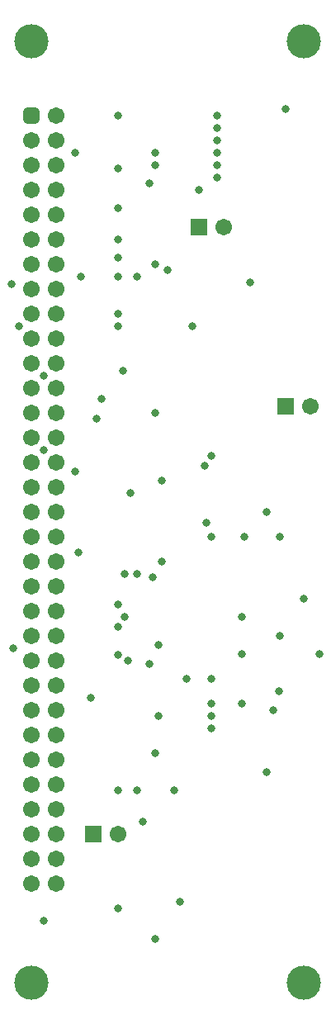
<source format=gbs>
G04*
G04 #@! TF.GenerationSoftware,Altium Limited,Altium Designer,26.1.1 (7)*
G04*
G04 Layer_Color=16711935*
%FSLAX44Y44*%
%MOMM*%
G71*
G04*
G04 #@! TF.SameCoordinates,EB2907C1-7D21-4337-B9BB-DC35DB918FC6*
G04*
G04*
G04 #@! TF.FilePolarity,Negative*
G04*
G01*
G75*
%ADD38C,3.5052*%
%ADD39C,1.7032*%
%ADD40R,1.7032X1.7032*%
G04:AMPARAMS|DCode=41|XSize=1.7032mm|YSize=1.7032mm|CornerRadius=0.4766mm|HoleSize=0mm|Usage=FLASHONLY|Rotation=270.000|XOffset=0mm|YOffset=0mm|HoleType=Round|Shape=RoundedRectangle|*
%AMROUNDEDRECTD41*
21,1,1.7032,0.7500,0,0,270.0*
21,1,0.7500,1.7032,0,0,270.0*
1,1,0.9532,-0.3750,-0.3750*
1,1,0.9532,-0.3750,0.3750*
1,1,0.9532,0.3750,0.3750*
1,1,0.9532,0.3750,-0.3750*
%
%ADD41ROUNDEDRECTD41*%
%ADD42C,0.8128*%
D38*
X330200Y952500D02*
D03*
X50800D02*
D03*
X330200Y-12700D02*
D03*
X50800D02*
D03*
D39*
X139700Y139700D02*
D03*
X76200Y88900D02*
D03*
Y114300D02*
D03*
Y139700D02*
D03*
Y165100D02*
D03*
Y190500D02*
D03*
Y215900D02*
D03*
Y241300D02*
D03*
Y266700D02*
D03*
Y292100D02*
D03*
Y317500D02*
D03*
Y342900D02*
D03*
X50800Y88900D02*
D03*
Y114300D02*
D03*
Y139700D02*
D03*
Y165100D02*
D03*
Y190500D02*
D03*
Y215900D02*
D03*
Y241300D02*
D03*
Y266700D02*
D03*
Y292100D02*
D03*
Y317500D02*
D03*
Y342900D02*
D03*
X76200Y368300D02*
D03*
Y393700D02*
D03*
X50800Y368300D02*
D03*
Y393700D02*
D03*
X76200Y469900D02*
D03*
X50800D02*
D03*
X76200Y495300D02*
D03*
X50800D02*
D03*
X76200Y546100D02*
D03*
X50800D02*
D03*
X76200Y673100D02*
D03*
X50800D02*
D03*
X76200Y723900D02*
D03*
X50800D02*
D03*
X76200Y774700D02*
D03*
X50800D02*
D03*
X76200Y825500D02*
D03*
X50800D02*
D03*
X76200Y850900D02*
D03*
X50800D02*
D03*
X76200Y876300D02*
D03*
X50800Y800100D02*
D03*
X76200D02*
D03*
X50800Y749300D02*
D03*
X76200D02*
D03*
X50800Y698500D02*
D03*
X76200D02*
D03*
X50800Y647700D02*
D03*
X76200D02*
D03*
X50800Y622300D02*
D03*
X76200D02*
D03*
X50800Y596900D02*
D03*
X76200D02*
D03*
X50800Y571500D02*
D03*
X76200D02*
D03*
X50800Y520700D02*
D03*
X76200D02*
D03*
X50800Y444500D02*
D03*
Y419100D02*
D03*
X76200Y444500D02*
D03*
Y419100D02*
D03*
X247650Y762000D02*
D03*
X336550Y577850D02*
D03*
D40*
X114300Y139700D02*
D03*
X222250Y762000D02*
D03*
X311150Y577850D02*
D03*
D41*
X50800Y876300D02*
D03*
D42*
X117475Y565150D02*
D03*
X190500Y717550D02*
D03*
X139700Y781050D02*
D03*
Y822325D02*
D03*
X177800Y825500D02*
D03*
X228600Y517525D02*
D03*
X101600Y711200D02*
D03*
X95250Y511175D02*
D03*
X174625Y403225D02*
D03*
X98425Y428625D02*
D03*
X139700Y352425D02*
D03*
X146050Y361950D02*
D03*
X180975Y333375D02*
D03*
Y260350D02*
D03*
X346075Y323850D02*
D03*
X139700Y374650D02*
D03*
X171450Y314325D02*
D03*
X111125Y279400D02*
D03*
X139700Y323450D02*
D03*
X149225Y317500D02*
D03*
X139700Y63500D02*
D03*
X63500Y50800D02*
D03*
X31750Y330200D02*
D03*
X38100Y660400D02*
D03*
X241300Y825500D02*
D03*
X268750Y444500D02*
D03*
X177800Y222250D02*
D03*
X292100Y203200D02*
D03*
X165100Y152400D02*
D03*
X158750Y406400D02*
D03*
X177800Y31750D02*
D03*
X203200Y69850D02*
D03*
X184150Y501650D02*
D03*
X122702Y585681D02*
D03*
X95250Y838200D02*
D03*
X139700Y660400D02*
D03*
X177800Y571500D02*
D03*
Y838200D02*
D03*
X234950Y444500D02*
D03*
X266700Y273050D02*
D03*
X305200Y444500D02*
D03*
X234950Y527050D02*
D03*
X241300Y838200D02*
D03*
X275100Y704850D02*
D03*
X311150Y882650D02*
D03*
X209550Y298450D02*
D03*
X305200Y342900D02*
D03*
X139700Y730250D02*
D03*
X234950Y298450D02*
D03*
X241300Y850900D02*
D03*
X139470Y711200D02*
D03*
X139700Y876300D02*
D03*
X30480Y703580D02*
D03*
X177800Y723900D02*
D03*
X241300Y876300D02*
D03*
X196850Y184150D02*
D03*
X158750D02*
D03*
X298450Y266700D02*
D03*
X184150Y419100D02*
D03*
X139700Y184150D02*
D03*
X304800Y285750D02*
D03*
X144250Y614300D02*
D03*
X139700Y749300D02*
D03*
X266700Y361950D02*
D03*
X234950Y247650D02*
D03*
X146050Y406400D02*
D03*
X234950Y260350D02*
D03*
X63500Y533400D02*
D03*
X266700Y323850D02*
D03*
X241300Y863600D02*
D03*
X171450Y806450D02*
D03*
X222250Y800100D02*
D03*
X158750Y711200D02*
D03*
X241300Y812800D02*
D03*
X63500Y609600D02*
D03*
X152400Y488950D02*
D03*
X139700Y673100D02*
D03*
X234950Y273050D02*
D03*
X330200Y381000D02*
D03*
X230101Y458701D02*
D03*
X292100Y469900D02*
D03*
X215900Y660400D02*
D03*
M02*

</source>
